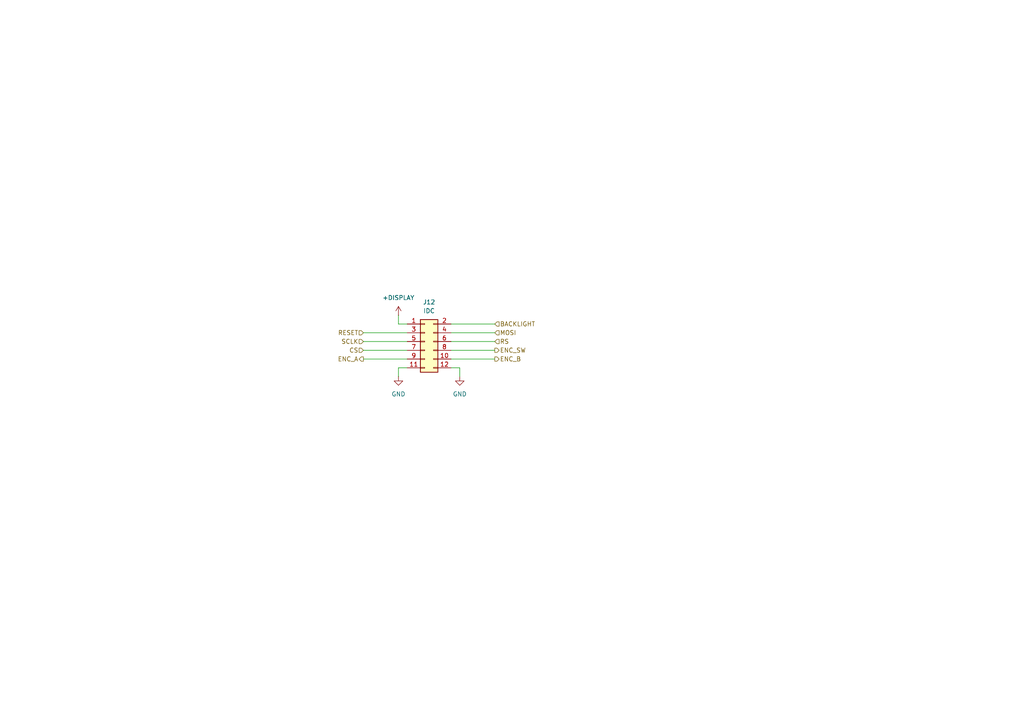
<source format=kicad_sch>
(kicad_sch (version 20250114) (generator "eeschema") (generator_version "9.0")
  (paper "A4")
  (lib_symbols
    (symbol "Connector_Generic:Conn_02x06_Odd_Even" (pin_names (offset 1.016) (hide yes))
      (property "Reference" "J" (at 1.27 7.62 0))
      (property "Value" "Conn_02x06_Odd_Even" (at 1.27 -10.16 0))
      (symbol "Conn_02x06_Odd_Even_1_1"
        (rectangle (start -1.27 6.35) (end 3.81 -8.89) (stroke (width 0.254)) (fill (type background)))
        (rectangle (start -1.27 5.207) (end 0 4.953) (stroke (width 0.1524)))
        (rectangle (start -1.27 2.667) (end 0 2.413) (stroke (width 0.1524)))
        (rectangle (start -1.27 0.127) (end 0 -0.127) (stroke (width 0.1524)))
        (rectangle (start -1.27 -2.413) (end 0 -2.667) (stroke (width 0.1524)))
        (rectangle (start -1.27 -4.953) (end 0 -5.207) (stroke (width 0.1524)))
        (rectangle (start -1.27 -7.493) (end 0 -7.747) (stroke (width 0.1524)))
        (rectangle (start 3.81 5.207) (end 2.54 4.953) (stroke (width 0.1524)))
        (rectangle (start 3.81 2.667) (end 2.54 2.413) (stroke (width 0.1524)))
        (rectangle (start 3.81 0.127) (end 2.54 -0.127) (stroke (width 0.1524)))
        (rectangle (start 3.81 -2.413) (end 2.54 -2.667) (stroke (width 0.1524)))
        (rectangle (start 3.81 -4.953) (end 2.54 -5.207) (stroke (width 0.1524)))
        (rectangle (start 3.81 -7.493) (end 2.54 -7.747) (stroke (width 0.1524)))
        (pin passive line (at -5.08 5.08 0) (length 3.81) (name "Pin_1") (number "1"))
        (pin passive line (at -5.08 2.54 0) (length 3.81) (name "Pin_3") (number "3"))
        (pin passive line (at -5.08 0 0) (length 3.81) (name "Pin_5") (number "5"))
        (pin passive line (at -5.08 -2.54 0) (length 3.81) (name "Pin_7") (number "7"))
        (pin passive line (at -5.08 -5.08 0) (length 3.81) (name "Pin_9") (number "9"))
        (pin passive line (at -5.08 -7.62 0) (length 3.81) (name "Pin_11") (number "11"))
        (pin passive line (at 7.62 5.08 180) (length 3.81) (name "Pin_2") (number "2"))
        (pin passive line (at 7.62 2.54 180) (length 3.81) (name "Pin_4") (number "4"))
        (pin passive line (at 7.62 0 180) (length 3.81) (name "Pin_6") (number "6"))
        (pin passive line (at 7.62 -2.54 180) (length 3.81) (name "Pin_8") (number "8"))
        (pin passive line (at 7.62 -5.08 180) (length 3.81) (name "Pin_10") (number "10"))
        (pin passive line (at 7.62 -7.62 180) (length 3.81) (name "Pin_12") (number "12"))
      )
    )
    (symbol "power:+3V3" (power) (pin_numbers (hide yes)) (pin_names (offset 0) (hide yes))
      (property "Value" "+3V3" (at 0 3.556 0))
      (symbol "+3V3_0_1"
        (polyline (pts (xy -0.762 1.27) (xy 0 2.54)))
        (polyline (pts (xy 0 2.54) (xy 0.762 1.27)))
        (polyline (pts (xy 0 0) (xy 0 2.54)))
      )
      (symbol "+3V3_1_1"
        (pin power_in line (at 0 0 90) (length 0) (name "~") (number "1"))
      )
    )
    (symbol "power:GND" (power) (pin_numbers (hide yes)) (pin_names (offset 0) (hide yes))
      (property "Value" "GND" (at 0 -3.81 0))
      (symbol "GND_0_1"
        (polyline (pts (xy 0 0) (xy 0 -1.27) (xy 1.27 -1.27) (xy 0 -2.54) (xy -1.27 -1.27) (xy 0 -1.27)))
      )
      (symbol "GND_1_1"
        (pin power_in line (at 0 0 270) (length 0) (name "~") (number "1"))
      )
    )
  )
  (wire (pts (xy 130.81 99.06) (xy 143.51 99.06)))
  (wire (pts (xy 133.35 106.68) (xy 133.35 109.22)))
  (wire (pts (xy 115.57 106.68) (xy 115.57 109.22)))
  (wire (pts (xy 130.81 93.98) (xy 143.51 93.98)))
  (wire (pts (xy 105.41 99.06) (xy 118.11 99.06)))
  (wire (pts (xy 133.35 106.68) (xy 130.81 106.68)))
  (wire (pts (xy 115.57 106.68) (xy 118.11 106.68)))
  (wire (pts (xy 115.57 93.98) (xy 118.11 93.98)))
  (wire (pts (xy 130.81 96.52) (xy 143.51 96.52)))
  (wire (pts (xy 105.41 96.52) (xy 118.11 96.52)))
  (wire (pts (xy 105.41 104.14) (xy 118.11 104.14)))
  (wire (pts (xy 130.81 104.14) (xy 143.51 104.14)))
  (wire (pts (xy 105.41 101.6) (xy 118.11 101.6)))
  (wire (pts (xy 130.81 101.6) (xy 143.51 101.6)))
  (wire (pts (xy 115.57 91.44) (xy 115.57 93.98)))
  (hierarchical_label "ENC_SW" (shape output) (at 143.51 101.6 0))
  (hierarchical_label "ENC_B" (shape output) (at 143.51 104.14 0))
  (hierarchical_label "RESET" (shape input) (at 105.41 96.52 180))
  (hierarchical_label "MOSI" (shape input) (at 143.51 96.52 0))
  (hierarchical_label "SCLK" (shape input) (at 105.41 99.06 180))
  (hierarchical_label "ENC_A" (shape output) (at 105.41 104.14 180))
  (hierarchical_label "CS" (shape input) (at 105.41 101.6 180))
  (hierarchical_label "BACKLIGHT" (shape input) (at 143.51 93.98 0))
  (hierarchical_label "RS" (shape input) (at 143.51 99.06 0))
  (symbol (lib_id "power:GND") (at 115.57 109.22 0) (unit 1)
    (property "Reference" "#PWR0135" (effects (hide yes)))
    (property "Value" "GND" (at 115.57 114.3 0))
    (property "Description" "Power symbol creates a global label with name \"GND\" , ground" (effects (hide yes)))
  )
  (symbol (lib_id "power:+3V3") (at 115.57 91.44 0) (unit 1)
    (property "Reference" "#PWR0134" (effects (hide yes)))
    (property "Value" "+DISPLAY" (at 115.57 86.36 0))
    (property "Description" "Power symbol creates a global label with name \"+3V3\"" (effects (hide yes)))
  )
  (symbol (lib_id "Connector_Generic:Conn_02x06_Odd_Even") (at 123.19 99.06 0) (unit 1)
    (property "Reference" "J12" (at 124.46 87.63 0))
    (property "Value" "IDC" (at 124.46 90.17 0))
    (property "Footprint" "Connector_IDC:IDC-Header_2x06_P2.54mm_Vertical" (effects (hide yes)))
    (property "Description" "Generic connector, double row, 02x06, odd/even pin numbering scheme (row 1 odd numbers, row 2 even numbers), script generated (kicad-library-utils/schlib/autogen/connector/)" (effects (hide yes)))
  )
  (symbol (lib_id "power:GND") (at 133.35 109.22 0) (mirror y) (unit 1)
    (property "Reference" "#PWR0136" (effects (hide yes)))
    (property "Value" "GND" (at 133.35 114.3 0))
    (property "Description" "Power symbol creates a global label with name \"GND\" , ground" (effects (hide yes)))
  )
)
</source>
